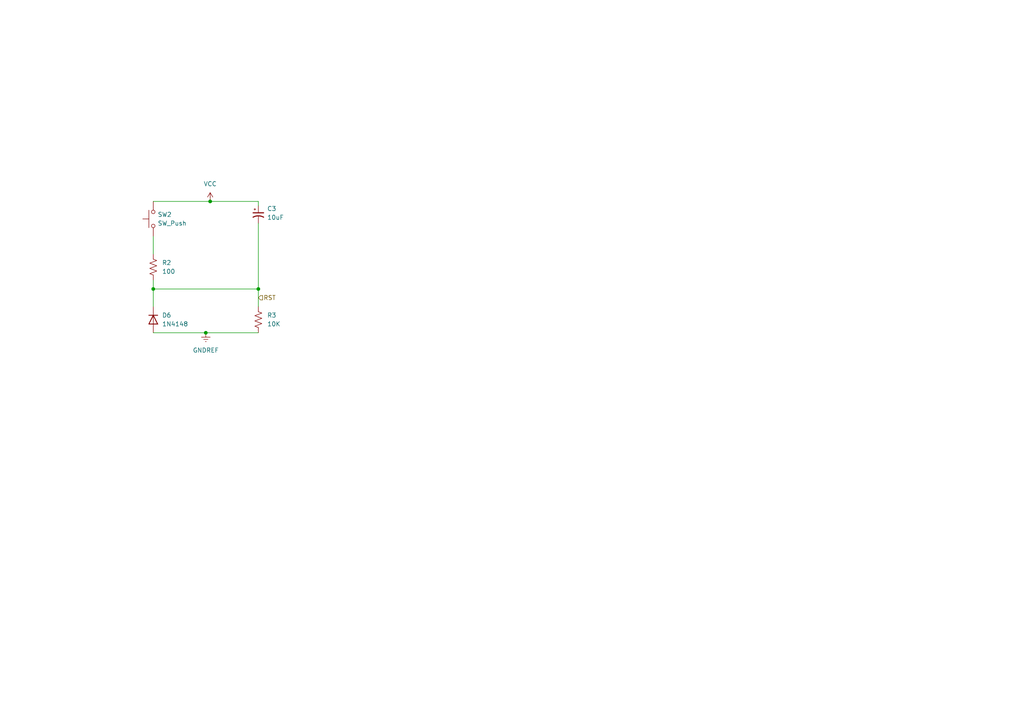
<source format=kicad_sch>
(kicad_sch (version 20250114) (generator "eeschema") (generator_version "9.0")
  (paper "A4")
  (lib_symbols
    (symbol "Device:C_Polarized_Small_US" (pin_numbers (hide yes)) (pin_names (offset 0.254) (hide yes))
      (property "Reference" "C" (at 0.254 1.778 0))
      (property "Value" "C_Polarized_Small_US" (at 0.254 -2.032 0))
      (symbol "C_Polarized_Small_US_0_1"
        (polyline (pts (xy -1.524 0.508) (xy 1.524 0.508)) (stroke (width 0.3048)))
        (polyline (pts (xy -1.27 1.524) (xy -0.762 1.524)))
        (polyline (pts (xy -1.016 1.27) (xy -1.016 1.778)))
        (arc (start -1.524 -0.762) (mid 0 -0.3734) (end 1.524 -0.762) (stroke (width 0.3048)))
      )
      (symbol "C_Polarized_Small_US_1_1"
        (pin passive line (at 0 2.54 270) (length 2.032) (name "~") (number "1"))
        (pin passive line (at 0 -2.54 90) (length 2.032) (name "~") (number "2"))
      )
    )
    (symbol "Device:R_US" (pin_numbers (hide yes)) (pin_names (offset 0))
      (property "Reference" "R" (at 2.54 0 90))
      (property "Value" "R_US" (at -2.54 0 90))
      (symbol "R_US_0_1"
        (polyline (pts (xy 0 2.286) (xy 0 2.54)))
        (polyline (pts (xy 0 2.286) (xy 1.016 1.905) (xy 0 1.524) (xy -1.016 1.143) (xy 0 0.762)))
        (polyline (pts (xy 0 0.762) (xy 1.016 0.381) (xy 0 0) (xy -1.016 -0.381) (xy 0 -0.762)))
        (polyline (pts (xy 0 -0.762) (xy 1.016 -1.143) (xy 0 -1.524) (xy -1.016 -1.905) (xy 0 -2.286)))
        (polyline (pts (xy 0 -2.286) (xy 0 -2.54)))
      )
      (symbol "R_US_1_1"
        (pin passive line (at 0 3.81 270) (length 1.27) (name "~") (number "1"))
        (pin passive line (at 0 -3.81 90) (length 1.27) (name "~") (number "2"))
      )
    )
    (symbol "Diode:1N4148" (pin_numbers (hide yes)) (pin_names (hide yes))
      (property "Reference" "D" (at 0 2.54 0))
      (property "Value" "1N4148" (at 0 -2.54 0))
      (symbol "1N4148_0_1"
        (polyline (pts (xy -1.27 1.27) (xy -1.27 -1.27)) (stroke (width 0.254)))
        (polyline (pts (xy 1.27 1.27) (xy 1.27 -1.27) (xy -1.27 0) (xy 1.27 1.27)) (stroke (width 0.254)))
        (polyline (pts (xy 1.27 0) (xy -1.27 0)))
      )
      (symbol "1N4148_1_1"
        (pin passive line (at -3.81 0 0) (length 2.54) (name "K") (number "1"))
        (pin passive line (at 3.81 0 180) (length 2.54) (name "A") (number "2"))
      )
    )
    (symbol "Switch:SW_Push" (pin_numbers (hide yes)) (pin_names (offset 1.016) (hide yes))
      (property "Reference" "SW" (at 1.27 2.54 0))
      (property "Value" "SW_Push" (at 0 -1.524 0))
      (symbol "SW_Push_0_1"
        (circle (center -2.032 0) (radius 0.508))
        (polyline (pts (xy 0 1.27) (xy 0 3.048)))
        (circle (center 2.032 0) (radius 0.508))
        (polyline (pts (xy 2.54 1.27) (xy -2.54 1.27)))
        (pin passive line (at -5.08 0 0) (length 2.54) (name "1") (number "1"))
        (pin passive line (at 5.08 0 180) (length 2.54) (name "2") (number "2"))
      )
    )
    (symbol "power:GNDREF" (power) (pin_numbers (hide yes)) (pin_names (offset 0) (hide yes))
      (property "Value" "GNDREF" (at 0 -3.81 0))
      (symbol "GNDREF_0_1"
        (polyline (pts (xy -0.635 -1.905) (xy 0.635 -1.905)))
        (polyline (pts (xy -0.127 -2.54) (xy 0.127 -2.54)))
        (polyline (pts (xy 0 -1.27) (xy 0 0)))
        (polyline (pts (xy 1.27 -1.27) (xy -1.27 -1.27)))
      )
      (symbol "GNDREF_1_1"
        (pin power_in line (at 0 0 270) (length 0) (name "~") (number "1"))
      )
    )
    (symbol "power:VCC" (power) (pin_numbers (hide yes)) (pin_names (offset 0) (hide yes))
      (property "Value" "VCC" (at 0 3.556 0))
      (symbol "VCC_0_1"
        (polyline (pts (xy -0.762 1.27) (xy 0 2.54)))
        (polyline (pts (xy 0 2.54) (xy 0.762 1.27)))
        (polyline (pts (xy 0 0) (xy 0 2.54)))
      )
      (symbol "VCC_1_1"
        (pin power_in line (at 0 0 90) (length 0) (name "~") (number "1"))
      )
    )
  )
  (junction (at 74.93 83.82))
  (junction (at 60.96 58.42))
  (junction (at 44.45 83.82))
  (junction (at 59.69 96.52))
  (wire (pts (xy 44.45 83.82) (xy 44.45 88.9)))
  (wire (pts (xy 44.45 81.28) (xy 44.45 83.82)))
  (wire (pts (xy 74.93 88.9) (xy 74.93 83.82)))
  (wire (pts (xy 44.45 68.58) (xy 44.45 73.66)))
  (wire (pts (xy 44.45 58.42) (xy 60.96 58.42)))
  (wire (pts (xy 59.69 96.52) (xy 74.93 96.52)))
  (wire (pts (xy 74.93 58.42) (xy 74.93 59.69)))
  (wire (pts (xy 44.45 83.82) (xy 74.93 83.82)))
  (wire (pts (xy 60.96 58.42) (xy 74.93 58.42)))
  (wire (pts (xy 44.45 96.52) (xy 59.69 96.52)))
  (wire (pts (xy 74.93 83.82) (xy 74.93 64.77)))
  (hierarchical_label "RST" (shape input) (at 74.93 86.36 0))
  (symbol (lib_id "power:GNDREF") (at 59.69 96.52 0) (unit 1)
    (property "Reference" "#PWR04" (effects (hide yes)))
    (property "Value" "GNDREF" (at 59.69 101.6 0))
    (property "Description" "Power symbol creates a global label with name \"GNDREF\" , reference supply ground" (effects (hide yes)))
  )
  (symbol (lib_id "Switch:SW_Push") (at 44.45 63.5 90) (unit 1)
    (property "Reference" "SW2" (at 45.72 62.2299 90) (effects (justify right)))
    (property "Value" "SW_Push" (at 45.72 64.7699 90) (effects (justify right)))
    (property "Description" "Push button switch, generic, two pins" (effects (hide yes)))
  )
  (symbol (lib_id "power:VCC") (at 60.96 58.42 0) (unit 1)
    (property "Reference" "#PWR014" (effects (hide yes)))
    (property "Value" "VCC" (at 60.96 53.34 0))
    (property "Description" "Power symbol creates a global label with name \"VCC\"" (effects (hide yes)))
  )
  (symbol (lib_id "Diode:1N4148") (at 44.45 92.71 270) (unit 1)
    (property "Reference" "D6" (at 46.99 91.4399 90) (effects (justify left)))
    (property "Value" "1N4148" (at 46.99 93.9799 90) (effects (justify left)))
    (property "Footprint" "Diode_THT:D_DO-35_SOD27_P7.62mm_Horizontal" (effects (hide yes)))
    (property "Datasheet" "https://assets.nexperia.com/documents/data-sheet/1N4148_1N4448.pdf" (effects (hide yes)))
    (property "Description" "100V 0.15A standard switching diode, DO-35" (effects (hide yes)))
    (property "Sim.Device" "D" (effects (hide yes)))
    (property "Sim.Pins" "1=K 2=A" (effects (hide yes)))
  )
  (symbol (lib_id "Device:R_US") (at 74.93 92.71 0) (unit 1)
    (property "Reference" "R3" (at 77.47 91.4399 0) (effects (justify left)))
    (property "Value" "10K" (at 77.47 93.9799 0) (effects (justify left)))
    (property "Description" "Resistor, US symbol" (effects (hide yes)))
  )
  (symbol (lib_id "Device:C_Polarized_Small_US") (at 74.93 62.23 0) (unit 1)
    (property "Reference" "C3" (at 77.47 60.5281 0) (effects (justify left)))
    (property "Value" "10uF" (at 77.47 63.0681 0) (effects (justify left)))
    (property "Description" "Polarized capacitor, small US symbol" (effects (hide yes)))
  )
  (symbol (lib_id "Device:R_US") (at 44.45 77.47 0) (unit 1)
    (property "Reference" "R2" (at 46.99 76.1999 0) (effects (justify left)))
    (property "Value" "100" (at 46.99 78.7399 0) (effects (justify left)))
    (property "Description" "Resistor, US symbol" (effects (hide yes)))
  )
)
</source>
